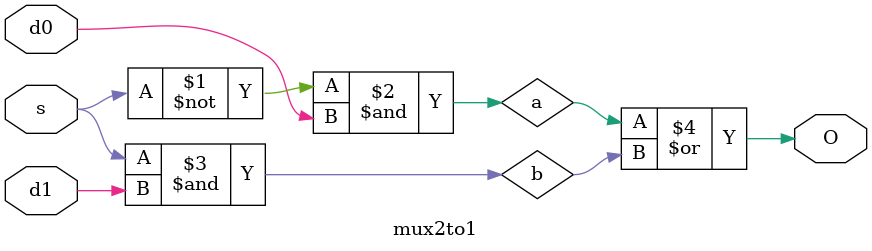
<source format=v>
module mux2to1(s,d0,d1,O);
  input d0,d1,s;
  output O;
  wire a,b;
  and inst(a, ~s,d0);
  and inst1(b,s,d1);
  or inst2(O, a,b);
endmodule
</source>
